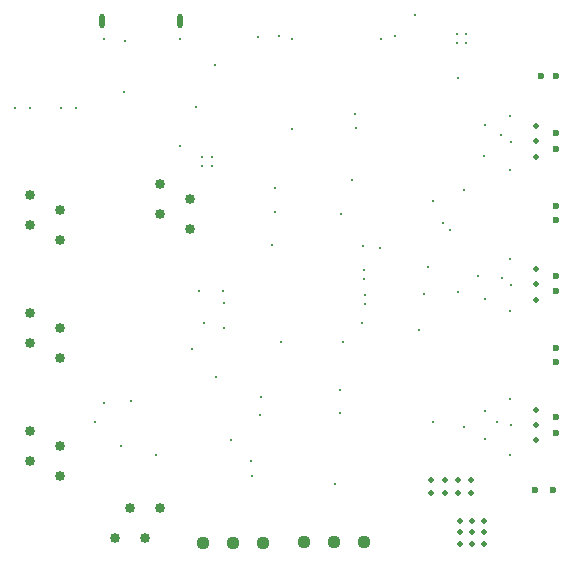
<source format=gbr>
%TF.GenerationSoftware,Altium Limited,Altium Designer,22.10.1 (41)*%
G04 Layer_Color=0*
%FSLAX45Y45*%
%MOMM*%
%TF.SameCoordinates,7B7B0447-9336-45C8-9B88-AABF40CF29D0*%
%TF.FilePolarity,Positive*%
%TF.FileFunction,Plated,1,4,PTH,Drill*%
%TF.Part,Single*%
G01*
G75*
%TA.AperFunction,ComponentDrill*%
%ADD109C,0.85000*%
%ADD110C,1.11000*%
%ADD111C,0.85000*%
%ADD112O,0.50000X1.20000*%
%TA.AperFunction,ViaDrill,NotFilled*%
%ADD113C,0.30000*%
%ADD114C,0.50000*%
%ADD115C,0.20000*%
%ADD116C,0.60000*%
D109*
X4646000Y5837000D02*
D03*
X4900000Y5710000D02*
D03*
X4646000Y5583000D02*
D03*
X4900000Y5456000D02*
D03*
X3800003Y5366001D02*
D03*
X3546003Y5493001D02*
D03*
X3800003Y5620001D02*
D03*
X3546003Y5747001D02*
D03*
X3800003Y3366000D02*
D03*
X3546003Y3493000D02*
D03*
X3800003Y3620000D02*
D03*
X3546003Y3747000D02*
D03*
X3800003Y4365998D02*
D03*
X3546003Y4492998D02*
D03*
X3800003Y4619998D02*
D03*
X3546003Y4746998D02*
D03*
D110*
X6374000Y2810000D02*
D03*
X6120000D02*
D03*
X5866000D02*
D03*
X5524000Y2800000D02*
D03*
X5270000D02*
D03*
X5016000D02*
D03*
D111*
X4651000Y3096572D02*
D03*
X4524000Y2842572D02*
D03*
X4397000Y3096572D02*
D03*
X4270000Y2842572D02*
D03*
D112*
X4819625Y7216460D02*
D03*
X4159626D02*
D03*
D113*
X4399237Y4003973D02*
D03*
X7240000Y7030000D02*
D03*
X7160000D02*
D03*
Y7110000D02*
D03*
X7240000D02*
D03*
X7340766Y5059113D02*
D03*
X4813050Y6158656D02*
D03*
X5181506Y4934791D02*
D03*
X4975667Y4934061D02*
D03*
X5189982Y4832657D02*
D03*
X4949072Y6491711D02*
D03*
X5116722Y6846220D02*
D03*
X5423718Y3368865D02*
D03*
X5422430Y3494445D02*
D03*
X5123902Y4203322D02*
D03*
X5245452Y3670403D02*
D03*
X6125665Y3300929D02*
D03*
X4094857Y3823414D02*
D03*
X4611629Y3541475D02*
D03*
X6916306Y5132939D02*
D03*
X5503677Y4035279D02*
D03*
X6178031Y5588885D02*
D03*
X6169593Y4095891D02*
D03*
X6172156Y3900344D02*
D03*
X5191132Y4623935D02*
D03*
X4315469Y3622757D02*
D03*
X6640000Y7090000D02*
D03*
X5476192Y7088551D02*
D03*
X5658490Y7089964D02*
D03*
X6273416Y5872398D02*
D03*
X5621289Y5809172D02*
D03*
X5619177Y5603171D02*
D03*
X6959600Y5694919D02*
D03*
X7041273Y5512002D02*
D03*
X7100000Y5450000D02*
D03*
X6808943Y7270625D02*
D03*
X6357214Y4665819D02*
D03*
X7614266Y5962457D02*
D03*
X7610549Y6415992D02*
D03*
X7614596Y4761631D02*
D03*
X7610685Y5204371D02*
D03*
X7614266Y3546387D02*
D03*
X7611738Y4018490D02*
D03*
X6299388Y6434931D02*
D03*
X7170000Y6740000D02*
D03*
X6304868Y6316537D02*
D03*
X6366765Y5319001D02*
D03*
X7396938Y6335105D02*
D03*
X6885530Y4906474D02*
D03*
X6842264Y4601963D02*
D03*
X7224907Y5785008D02*
D03*
X7223485Y3784304D02*
D03*
X5670554Y4498373D02*
D03*
X5497421Y3880485D02*
D03*
X5766908Y7069943D02*
D03*
X5766140Y6307528D02*
D03*
X5599538Y5321592D02*
D03*
X6196780Y4498575D02*
D03*
X6515916Y7070079D02*
D03*
X7392760Y6077343D02*
D03*
X7537076Y6251757D02*
D03*
X7397044Y4867123D02*
D03*
X7539401Y5042042D02*
D03*
X7172148Y4925431D02*
D03*
X7398845Y3919891D02*
D03*
X7398170Y3682778D02*
D03*
X4174186Y3983058D02*
D03*
X5000115Y6071202D02*
D03*
X3936731Y6481933D02*
D03*
X3550849Y6483447D02*
D03*
X3808105D02*
D03*
X3423732Y6483441D02*
D03*
X5090000Y6070001D02*
D03*
X5000003Y5990001D02*
D03*
X5090000D02*
D03*
X4917755Y4444705D02*
D03*
X5023206Y4661571D02*
D03*
X4352656Y7048348D02*
D03*
X4814428Y7068876D02*
D03*
X4176207D02*
D03*
X4340946Y6616131D02*
D03*
X6959402Y3827226D02*
D03*
X7503312Y3822090D02*
D03*
D114*
X7390000Y2990000D02*
D03*
Y2890000D02*
D03*
X7190000D02*
D03*
X7290000Y2790000D02*
D03*
Y2890000D02*
D03*
X7190000Y2790000D02*
D03*
X7390000D02*
D03*
X7190000Y2990000D02*
D03*
X7290000D02*
D03*
X7170000Y3220000D02*
D03*
X7280000D02*
D03*
Y3330000D02*
D03*
X7170000D02*
D03*
X7060000D02*
D03*
X6940000D02*
D03*
Y3220000D02*
D03*
X7060000D02*
D03*
X7829225Y3800104D02*
D03*
X7830002Y3670000D02*
D03*
Y6330000D02*
D03*
Y6070001D02*
D03*
X7829225Y6200104D02*
D03*
X7830002Y5120000D02*
D03*
Y4860000D02*
D03*
X7829225Y4990104D02*
D03*
X7830002Y3930000D02*
D03*
D115*
X6378680Y5032884D02*
D03*
X7619663Y4983344D02*
D03*
X7618447Y6198345D02*
D03*
X7619827Y3803317D02*
D03*
X6375853Y5113793D02*
D03*
X6387170Y4896641D02*
D03*
Y4825097D02*
D03*
X6510000Y5300000D02*
D03*
D116*
X7997642Y6134257D02*
D03*
X7975001Y3250001D02*
D03*
X7824998D02*
D03*
X7998851Y3733780D02*
D03*
X7998831Y6269680D02*
D03*
X7999999Y4449999D02*
D03*
Y5650001D02*
D03*
X8000589Y5064262D02*
D03*
X7997276Y5536133D02*
D03*
X7998277Y3870858D02*
D03*
X7997703Y4329120D02*
D03*
X7875001Y6749999D02*
D03*
X7999999D02*
D03*
X8001528Y4933671D02*
D03*
%TF.MD5,48225e1afbb4e54e1a31e9392df19d61*%
M02*

</source>
